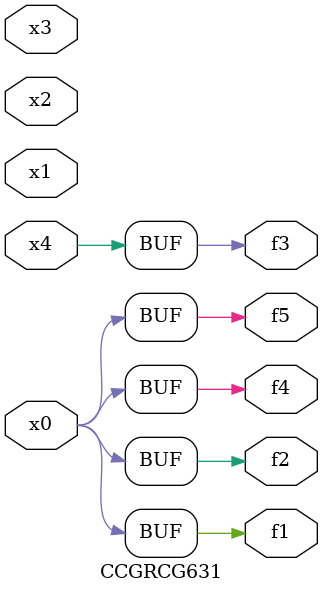
<source format=v>
module CCGRCG631(
	input x0, x1, x2, x3, x4,
	output f1, f2, f3, f4, f5
);
	assign f1 = x0;
	assign f2 = x0;
	assign f3 = x4;
	assign f4 = x0;
	assign f5 = x0;
endmodule

</source>
